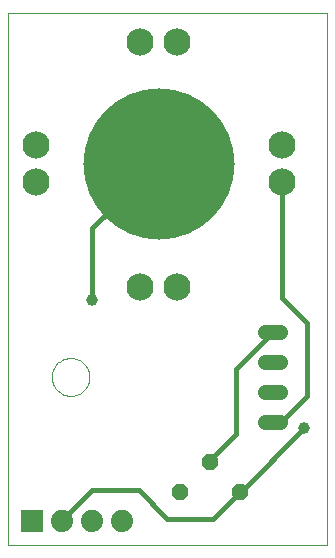
<source format=gtl>
G75*
G70*
%OFA0B0*%
%FSLAX24Y24*%
%IPPOS*%
%LPD*%
%AMOC8*
5,1,8,0,0,1.08239X$1,22.5*
%
%ADD10C,0.0000*%
%ADD11OC8,0.0520*%
%ADD12R,0.0740X0.0740*%
%ADD13C,0.0740*%
%ADD14C,0.0515*%
%ADD15C,0.5039*%
%ADD16C,0.0906*%
%ADD17C,0.0160*%
%ADD18C,0.0396*%
D10*
X000100Y000100D02*
X000112Y017836D01*
X010738Y017813D01*
X010738Y000100D01*
X000100Y000100D01*
X001557Y005691D02*
X001559Y005741D01*
X001565Y005791D01*
X001575Y005840D01*
X001589Y005888D01*
X001606Y005935D01*
X001627Y005980D01*
X001652Y006024D01*
X001680Y006065D01*
X001712Y006104D01*
X001746Y006141D01*
X001783Y006175D01*
X001823Y006205D01*
X001865Y006232D01*
X001909Y006256D01*
X001955Y006277D01*
X002002Y006293D01*
X002050Y006306D01*
X002100Y006315D01*
X002149Y006320D01*
X002200Y006321D01*
X002250Y006318D01*
X002299Y006311D01*
X002348Y006300D01*
X002396Y006285D01*
X002442Y006267D01*
X002487Y006245D01*
X002530Y006219D01*
X002571Y006190D01*
X002610Y006158D01*
X002646Y006123D01*
X002678Y006085D01*
X002708Y006045D01*
X002735Y006002D01*
X002758Y005958D01*
X002777Y005912D01*
X002793Y005864D01*
X002805Y005815D01*
X002813Y005766D01*
X002817Y005716D01*
X002817Y005666D01*
X002813Y005616D01*
X002805Y005567D01*
X002793Y005518D01*
X002777Y005470D01*
X002758Y005424D01*
X002735Y005380D01*
X002708Y005337D01*
X002678Y005297D01*
X002646Y005259D01*
X002610Y005224D01*
X002571Y005192D01*
X002530Y005163D01*
X002487Y005137D01*
X002442Y005115D01*
X002396Y005097D01*
X002348Y005082D01*
X002299Y005071D01*
X002250Y005064D01*
X002200Y005061D01*
X002149Y005062D01*
X002100Y005067D01*
X002050Y005076D01*
X002002Y005089D01*
X001955Y005105D01*
X001909Y005126D01*
X001865Y005150D01*
X001823Y005177D01*
X001783Y005207D01*
X001746Y005241D01*
X001712Y005278D01*
X001680Y005317D01*
X001652Y005358D01*
X001627Y005402D01*
X001606Y005447D01*
X001589Y005494D01*
X001575Y005542D01*
X001565Y005591D01*
X001559Y005641D01*
X001557Y005691D01*
D11*
X005836Y001868D03*
X006836Y002868D03*
X007836Y001868D03*
D12*
X000895Y000895D03*
D13*
X001895Y000895D03*
X002895Y000895D03*
X003895Y000895D03*
D14*
X008661Y004191D02*
X009176Y004191D01*
X009176Y005191D02*
X008661Y005191D01*
X008661Y006191D02*
X009176Y006191D01*
X009176Y007191D02*
X008661Y007191D01*
D15*
X005139Y012777D03*
D16*
X005730Y008683D03*
X004509Y008683D03*
X001045Y012187D03*
X001045Y013407D03*
X004509Y016872D03*
X005730Y016872D03*
X009234Y013407D03*
X009234Y012187D03*
D17*
X009234Y008328D01*
X010061Y007502D01*
X010061Y005061D01*
X009194Y004194D01*
X008923Y004194D01*
X008919Y004191D01*
X009982Y003998D02*
X007852Y001868D01*
X007836Y001868D01*
X006935Y000966D01*
X005415Y000966D01*
X004470Y001911D01*
X002895Y001911D01*
X001895Y000911D01*
X001895Y000895D01*
X002895Y008250D02*
X002895Y010651D01*
X005139Y012777D01*
X008919Y007191D02*
X007698Y005970D01*
X007698Y003801D01*
X006836Y002939D01*
X006836Y002868D01*
D18*
X009982Y003998D03*
X002895Y008250D03*
M02*

</source>
